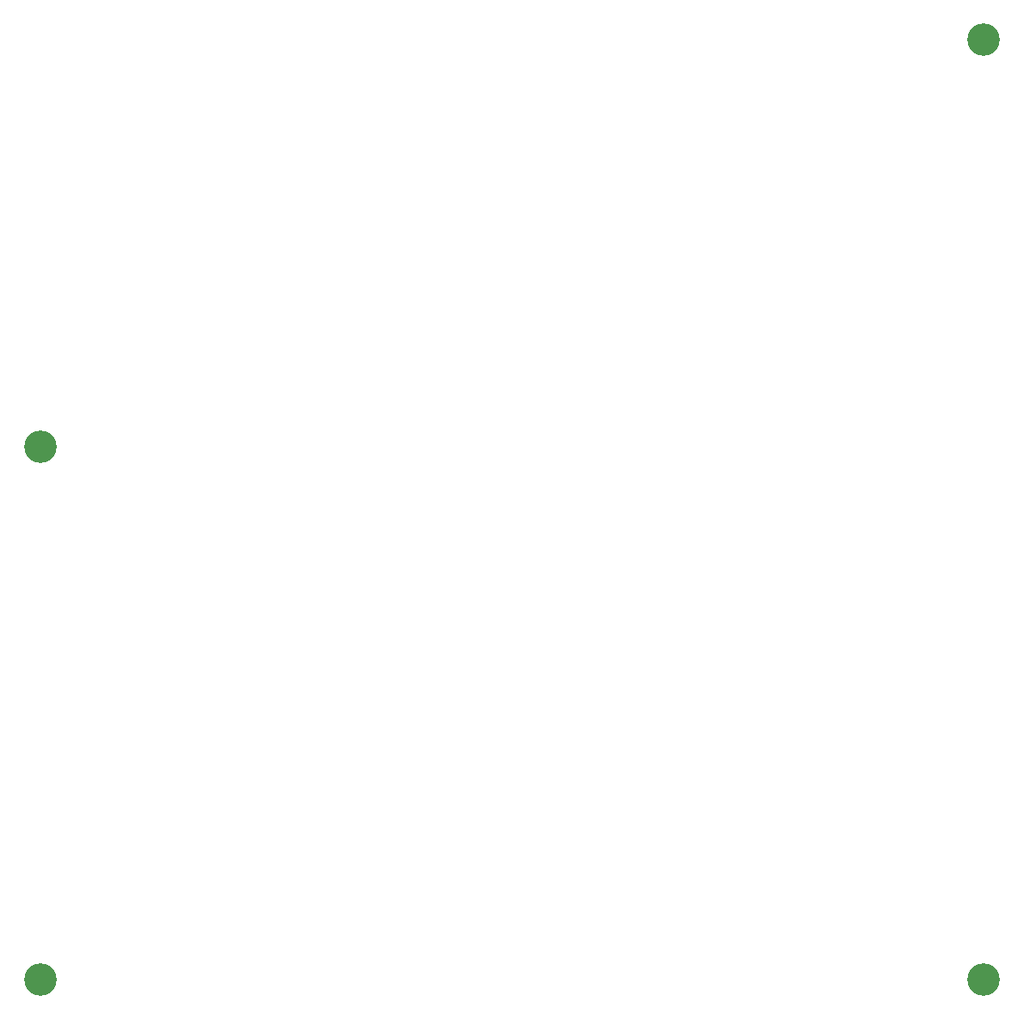
<source format=gbr>
%TF.GenerationSoftware,KiCad,Pcbnew,6.0.0-d3dd2cf0fa~116~ubuntu20.04.1*%
%TF.CreationDate,2022-02-25T21:38:38+01:00*%
%TF.ProjectId,addon-edge-rpi-i2s-pmod,6164646f-6e2d-4656-9467-652d7270692d,0.52*%
%TF.SameCoordinates,Original*%
%TF.FileFunction,NonPlated,1,2,NPTH,Drill*%
%TF.FilePolarity,Positive*%
%FSLAX46Y46*%
G04 Gerber Fmt 4.6, Leading zero omitted, Abs format (unit mm)*
G04 Created by KiCad (PCBNEW 6.0.0-d3dd2cf0fa~116~ubuntu20.04.1) date 2022-02-25 21:38:38*
%MOMM*%
%LPD*%
G01*
G04 APERTURE LIST*
%TA.AperFunction,ComponentDrill*%
%ADD10C,3.200000*%
%TD*%
G04 APERTURE END LIST*
D10*
%TO.C,H2*%
X112400000Y-88900000D03*
%TO.C,H4*%
X112400000Y-141300000D03*
%TO.C,H3*%
X205100000Y-141300000D03*
%TO.C,H1*%
X205105000Y-48895000D03*
M02*

</source>
